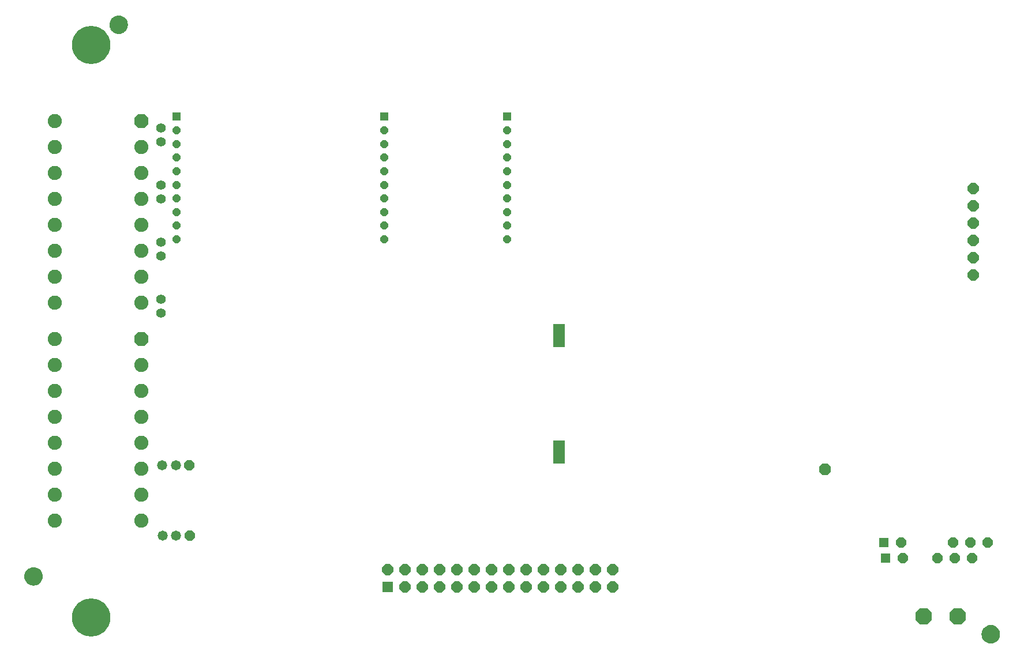
<source format=gbs>
G75*
%MOIN*%
%OFA0B0*%
%FSLAX25Y25*%
%IPPOS*%
%LPD*%
%AMOC8*
5,1,8,0,0,1.08239X$1,22.5*
%
%ADD10R,0.06500X0.13500*%
%ADD11C,0.13098*%
%ADD12OC8,0.06406*%
%ADD13R,0.06406X0.06406*%
%ADD14C,0.00500*%
%ADD15OC8,0.08177*%
%ADD16C,0.08177*%
%ADD17OC8,0.09555*%
%ADD18R,0.05815X0.05815*%
%ADD19OC8,0.05815*%
%ADD20OC8,0.06996*%
%ADD21C,0.05815*%
%ADD22R,0.04634X0.04634*%
%ADD23OC8,0.04634*%
%ADD24C,0.05500*%
%ADD25C,0.22154*%
D10*
X0408188Y0183270D03*
X0408188Y0250520D03*
D11*
X0137995Y0087673D03*
X0137995Y0418382D03*
D12*
X0309333Y0115232D03*
X0319333Y0115232D03*
X0329333Y0115232D03*
X0339333Y0115232D03*
X0349333Y0115232D03*
X0359333Y0115232D03*
X0369333Y0115232D03*
X0379333Y0115232D03*
X0389333Y0115232D03*
X0399333Y0115232D03*
X0409333Y0115232D03*
X0419333Y0115232D03*
X0429333Y0115232D03*
X0439333Y0115232D03*
X0439333Y0105232D03*
X0429333Y0105232D03*
X0419333Y0105232D03*
X0409333Y0105232D03*
X0399333Y0105232D03*
X0389333Y0105232D03*
X0379333Y0105232D03*
X0369333Y0105232D03*
X0359333Y0105232D03*
X0349333Y0105232D03*
X0339333Y0105232D03*
X0329333Y0105232D03*
X0319333Y0105232D03*
X0647438Y0285520D03*
X0647438Y0295520D03*
X0647438Y0305520D03*
X0647438Y0315520D03*
X0647438Y0325520D03*
X0647438Y0335520D03*
D13*
X0309333Y0105232D03*
D14*
X0109530Y0111295D02*
X0109454Y0110427D01*
X0109229Y0109585D01*
X0108860Y0108795D01*
X0108360Y0108081D01*
X0107744Y0107465D01*
X0107030Y0106965D01*
X0106240Y0106597D01*
X0105398Y0106371D01*
X0104530Y0106295D01*
X0103662Y0106371D01*
X0102820Y0106597D01*
X0102030Y0106965D01*
X0101316Y0107465D01*
X0100700Y0108081D01*
X0100200Y0108795D01*
X0099832Y0109585D01*
X0099606Y0110427D01*
X0099530Y0111295D01*
X0099606Y0112164D01*
X0099832Y0113005D01*
X0100200Y0113795D01*
X0100700Y0114509D01*
X0101316Y0115125D01*
X0102030Y0115625D01*
X0102820Y0115994D01*
X0103662Y0116219D01*
X0104530Y0116295D01*
X0105398Y0116219D01*
X0106240Y0115994D01*
X0107030Y0115625D01*
X0107744Y0115125D01*
X0108360Y0114509D01*
X0108860Y0113795D01*
X0109229Y0113005D01*
X0109454Y0112164D01*
X0109530Y0111295D01*
X0109522Y0111384D02*
X0099538Y0111384D01*
X0099566Y0110886D02*
X0109494Y0110886D01*
X0109444Y0110387D02*
X0099617Y0110387D01*
X0099750Y0109889D02*
X0109310Y0109889D01*
X0109138Y0109390D02*
X0099923Y0109390D01*
X0100155Y0108892D02*
X0108905Y0108892D01*
X0108579Y0108393D02*
X0100482Y0108393D01*
X0100887Y0107895D02*
X0108174Y0107895D01*
X0107646Y0107396D02*
X0101415Y0107396D01*
X0102175Y0106898D02*
X0106885Y0106898D01*
X0105502Y0106399D02*
X0103558Y0106399D01*
X0099582Y0111883D02*
X0109479Y0111883D01*
X0109396Y0112381D02*
X0099664Y0112381D01*
X0099798Y0112880D02*
X0109262Y0112880D01*
X0109055Y0113378D02*
X0100006Y0113378D01*
X0100257Y0113877D02*
X0108803Y0113877D01*
X0108454Y0114375D02*
X0100606Y0114375D01*
X0101065Y0114874D02*
X0107996Y0114874D01*
X0107392Y0115372D02*
X0101669Y0115372D01*
X0102556Y0115871D02*
X0106504Y0115871D01*
X0152875Y0425269D02*
X0152033Y0425494D01*
X0151243Y0425863D01*
X0150529Y0426363D01*
X0149913Y0426979D01*
X0149413Y0427693D01*
X0149044Y0428483D01*
X0148819Y0429325D01*
X0148743Y0430193D01*
X0148819Y0431061D01*
X0149044Y0431903D01*
X0149413Y0432693D01*
X0149913Y0433407D01*
X0150529Y0434023D01*
X0151243Y0434523D01*
X0152033Y0434891D01*
X0152875Y0435117D01*
X0153743Y0435193D01*
X0154611Y0435117D01*
X0155453Y0434891D01*
X0156243Y0434523D01*
X0156957Y0434023D01*
X0157573Y0433407D01*
X0158073Y0432693D01*
X0158441Y0431903D01*
X0158667Y0431061D01*
X0158743Y0430193D01*
X0158667Y0429325D01*
X0158441Y0428483D01*
X0158073Y0427693D01*
X0157573Y0426979D01*
X0156957Y0426363D01*
X0156243Y0425863D01*
X0155453Y0425494D01*
X0154611Y0425269D01*
X0153743Y0425193D01*
X0152875Y0425269D01*
X0152212Y0425446D02*
X0155273Y0425446D01*
X0156360Y0425945D02*
X0151126Y0425945D01*
X0150448Y0426443D02*
X0157037Y0426443D01*
X0157536Y0426942D02*
X0149950Y0426942D01*
X0149589Y0427440D02*
X0157896Y0427440D01*
X0158188Y0427939D02*
X0149298Y0427939D01*
X0149065Y0428437D02*
X0158420Y0428437D01*
X0158563Y0428936D02*
X0148923Y0428936D01*
X0148809Y0429434D02*
X0158676Y0429434D01*
X0158720Y0429933D02*
X0148766Y0429933D01*
X0148764Y0430431D02*
X0158722Y0430431D01*
X0158678Y0430930D02*
X0148807Y0430930D01*
X0148917Y0431428D02*
X0158568Y0431428D01*
X0158430Y0431927D02*
X0149055Y0431927D01*
X0149288Y0432426D02*
X0158198Y0432426D01*
X0157911Y0432924D02*
X0149574Y0432924D01*
X0149928Y0433423D02*
X0157557Y0433423D01*
X0157059Y0433921D02*
X0150427Y0433921D01*
X0151095Y0434420D02*
X0156391Y0434420D01*
X0155353Y0434918D02*
X0152132Y0434918D01*
X0653850Y0081045D02*
X0654466Y0081661D01*
X0655180Y0082161D01*
X0655970Y0082529D01*
X0656812Y0082755D01*
X0657680Y0082831D01*
X0658548Y0082755D01*
X0659390Y0082529D01*
X0660180Y0082161D01*
X0660894Y0081661D01*
X0661510Y0081045D01*
X0662010Y0080331D01*
X0662378Y0079541D01*
X0662604Y0078699D01*
X0662680Y0077831D01*
X0662604Y0076962D01*
X0662378Y0076121D01*
X0662010Y0075331D01*
X0661510Y0074617D01*
X0660894Y0074000D01*
X0660180Y0073501D01*
X0659390Y0073132D01*
X0658548Y0072907D01*
X0657680Y0072831D01*
X0656812Y0072907D01*
X0655970Y0073132D01*
X0655180Y0073501D01*
X0654466Y0074000D01*
X0653850Y0074617D01*
X0653350Y0075331D01*
X0652981Y0076121D01*
X0652756Y0076962D01*
X0652680Y0077831D01*
X0652756Y0078699D01*
X0652981Y0079541D01*
X0653350Y0080331D01*
X0653850Y0081045D01*
X0653801Y0080975D02*
X0661559Y0080975D01*
X0661908Y0080477D02*
X0653452Y0080477D01*
X0653185Y0079978D02*
X0662174Y0079978D01*
X0662395Y0079479D02*
X0652965Y0079479D01*
X0652831Y0078981D02*
X0662528Y0078981D01*
X0662623Y0078482D02*
X0652737Y0078482D01*
X0652693Y0077984D02*
X0662666Y0077984D01*
X0662650Y0077485D02*
X0652710Y0077485D01*
X0652754Y0076987D02*
X0662606Y0076987D01*
X0662477Y0076488D02*
X0652883Y0076488D01*
X0653042Y0075990D02*
X0662317Y0075990D01*
X0662085Y0075491D02*
X0653275Y0075491D01*
X0653586Y0074993D02*
X0661773Y0074993D01*
X0661388Y0074494D02*
X0653972Y0074494D01*
X0654472Y0073996D02*
X0660887Y0073996D01*
X0660173Y0073497D02*
X0655187Y0073497D01*
X0656468Y0072999D02*
X0658892Y0072999D01*
X0661081Y0081474D02*
X0654278Y0081474D01*
X0654910Y0081972D02*
X0660449Y0081972D01*
X0659516Y0082471D02*
X0655844Y0082471D01*
D15*
X0166932Y0248441D03*
X0166932Y0374425D03*
D16*
X0166932Y0359425D03*
X0166932Y0344425D03*
X0166932Y0329425D03*
X0166932Y0314425D03*
X0166932Y0299425D03*
X0166932Y0284425D03*
X0166932Y0269425D03*
X0116932Y0269425D03*
X0116932Y0284425D03*
X0116932Y0299425D03*
X0116932Y0314425D03*
X0116932Y0329425D03*
X0116932Y0344425D03*
X0116932Y0359425D03*
X0116932Y0374425D03*
X0116932Y0248441D03*
X0116932Y0233441D03*
X0116932Y0218441D03*
X0116932Y0203441D03*
X0116932Y0188441D03*
X0116932Y0173441D03*
X0116932Y0158441D03*
X0116932Y0143441D03*
X0166932Y0143441D03*
X0166932Y0158441D03*
X0166932Y0173441D03*
X0166932Y0188441D03*
X0166932Y0203441D03*
X0166932Y0218441D03*
X0166932Y0233441D03*
D17*
X0618845Y0088020D03*
X0638530Y0088020D03*
D18*
X0596938Y0121770D03*
X0595938Y0130770D03*
D19*
X0605938Y0130770D03*
X0606938Y0121770D03*
X0626938Y0121770D03*
X0636938Y0121770D03*
X0646938Y0121770D03*
X0645938Y0130770D03*
X0655938Y0130770D03*
X0635938Y0130770D03*
X0194812Y0134770D03*
X0194562Y0175520D03*
D20*
X0561938Y0173020D03*
D21*
X0186688Y0175520D03*
X0178814Y0175520D03*
X0179064Y0134770D03*
X0186938Y0134770D03*
D22*
X0187207Y0377043D03*
X0307286Y0377043D03*
X0378152Y0377043D03*
D23*
X0378152Y0369169D03*
X0378152Y0361295D03*
X0378152Y0353421D03*
X0378152Y0345547D03*
X0378152Y0337673D03*
X0378152Y0329799D03*
X0378152Y0321925D03*
X0378152Y0314051D03*
X0378152Y0306177D03*
X0307286Y0306177D03*
X0307286Y0314051D03*
X0307286Y0321925D03*
X0307286Y0329799D03*
X0307286Y0337673D03*
X0307286Y0345547D03*
X0307286Y0353421D03*
X0307286Y0361295D03*
X0307286Y0369169D03*
X0187207Y0369169D03*
X0187207Y0361295D03*
X0187207Y0353421D03*
X0187207Y0345547D03*
X0187207Y0337673D03*
X0187207Y0329799D03*
X0187207Y0321925D03*
X0187207Y0314051D03*
X0187207Y0306177D03*
D24*
X0178188Y0304457D03*
X0178188Y0296583D03*
X0178188Y0271457D03*
X0178188Y0263583D03*
X0178188Y0329583D03*
X0178188Y0337457D03*
X0178188Y0362583D03*
X0178188Y0370457D03*
D25*
X0137995Y0087673D03*
X0137995Y0418382D03*
M02*

</source>
